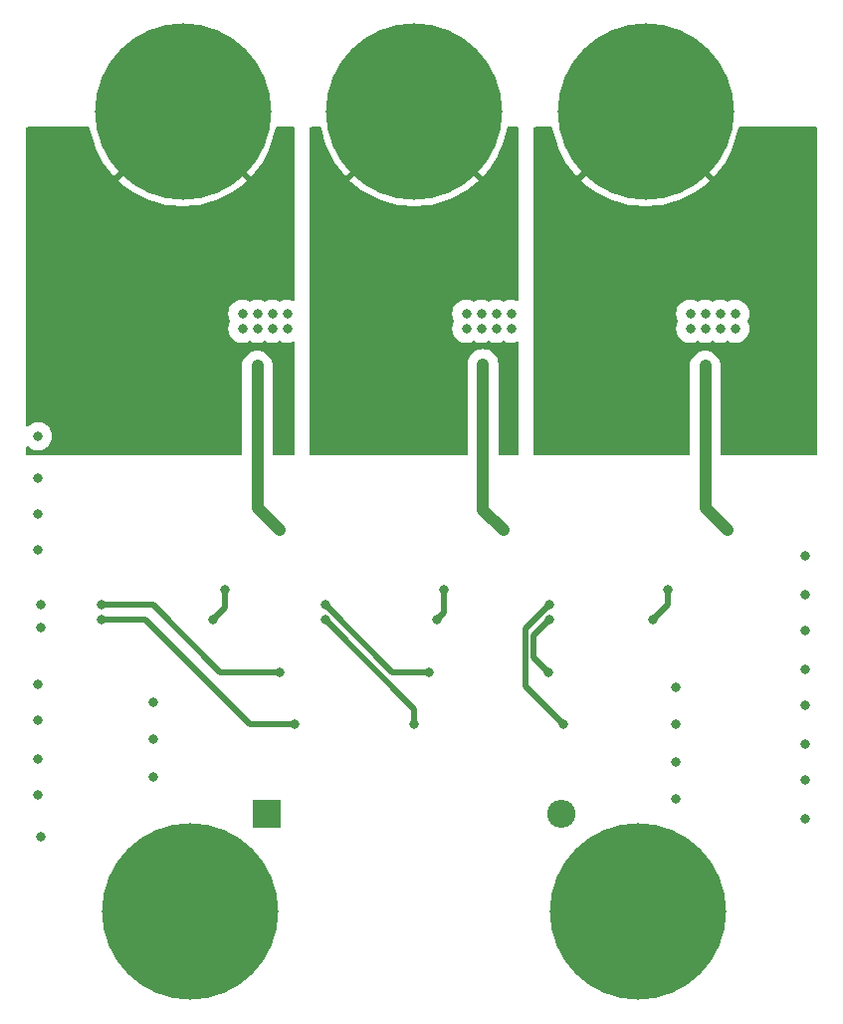
<source format=gbr>
%TF.GenerationSoftware,KiCad,Pcbnew,7.0.6*%
%TF.CreationDate,2023-10-19T15:55:55+03:00*%
%TF.ProjectId,_______ _____,21383b3e-3230-44f2-903f-3b3042302e6b,rev?*%
%TF.SameCoordinates,Original*%
%TF.FileFunction,Copper,L4,Inr*%
%TF.FilePolarity,Positive*%
%FSLAX46Y46*%
G04 Gerber Fmt 4.6, Leading zero omitted, Abs format (unit mm)*
G04 Created by KiCad (PCBNEW 7.0.6) date 2023-10-19 15:55:55*
%MOMM*%
%LPD*%
G01*
G04 APERTURE LIST*
%TA.AperFunction,ComponentPad*%
%ADD10C,15.000000*%
%TD*%
%TA.AperFunction,ComponentPad*%
%ADD11O,2.400000X2.400000*%
%TD*%
%TA.AperFunction,ComponentPad*%
%ADD12R,2.400000X2.400000*%
%TD*%
%TA.AperFunction,ViaPad*%
%ADD13C,0.800000*%
%TD*%
%TA.AperFunction,Conductor*%
%ADD14C,0.500000*%
%TD*%
%TA.AperFunction,Conductor*%
%ADD15C,1.000000*%
%TD*%
G04 APERTURE END LIST*
D10*
%TO.N,+24V*%
%TO.C,J1*%
X133350000Y-125730000D03*
%TD*%
%TO.N,GND*%
%TO.C,J2*%
X171450000Y-125730000D03*
%TD*%
%TO.N,C*%
%TO.C,J5*%
X172085000Y-57785000D03*
%TD*%
%TO.N,B*%
%TO.C,J4*%
X152400000Y-57785000D03*
%TD*%
%TO.N,A*%
%TO.C,J3*%
X132715000Y-57785000D03*
%TD*%
D11*
%TO.N,GND*%
%TO.C,C1*%
X164900000Y-117475000D03*
D12*
%TO.N,+24V*%
X139900000Y-117475000D03*
%TD*%
D13*
%TO.N,GND*%
X120396000Y-85344000D03*
X120396000Y-88900000D03*
X120396000Y-91948000D03*
X120396000Y-94996000D03*
X120396000Y-106426000D03*
X120396000Y-109474000D03*
X120396000Y-112776000D03*
X120396000Y-115824000D03*
X185674000Y-117856000D03*
X185674000Y-114554000D03*
X185674000Y-111506000D03*
X185674000Y-108204000D03*
X185674000Y-105156000D03*
X185674000Y-101854000D03*
X185674000Y-98806000D03*
X185674000Y-95504000D03*
X174625000Y-116205000D03*
X174625000Y-113030000D03*
X174625000Y-109855000D03*
X174625000Y-106680000D03*
X130175000Y-114300000D03*
X130175000Y-111125000D03*
X130175000Y-107950000D03*
X120650000Y-119380000D03*
X120650000Y-101600000D03*
X120650000Y-99695000D03*
%TO.N,HIN_C*%
X165100000Y-109855000D03*
%TO.N,LIN_C*%
X163830000Y-105410000D03*
%TO.N,HIN_B*%
X153670000Y-105410000D03*
%TO.N,LIN_B*%
X152400000Y-109855000D03*
%TO.N,LIN_A*%
X142240000Y-109855000D03*
%TO.N,HIN_A*%
X140970000Y-105410000D03*
%TO.N,GND*%
X175895000Y-74930000D03*
X175895000Y-76200000D03*
X178435000Y-76200000D03*
X179705000Y-74930000D03*
X178435000Y-74930000D03*
X177165000Y-74930000D03*
X179705000Y-76200000D03*
X177165000Y-76200000D03*
X156845000Y-74930000D03*
X156845000Y-76200000D03*
X159385000Y-76200000D03*
X160655000Y-74930000D03*
X159385000Y-74930000D03*
X158115000Y-74930000D03*
X160655000Y-76200000D03*
X158115000Y-76200000D03*
X137795000Y-76200000D03*
X139065000Y-76200000D03*
X140335000Y-76200000D03*
X141605000Y-76200000D03*
X141605000Y-74930000D03*
X140335000Y-74930000D03*
X139065000Y-74930000D03*
X137795000Y-74930000D03*
%TO.N,LIN_C*%
X163881676Y-100960775D03*
%TO.N,HIN_C*%
X163881676Y-99699225D03*
%TO.N,Net-(U3-VS)*%
X173990000Y-98425000D03*
X172720000Y-100965000D03*
%TO.N,LIN_B*%
X144831676Y-100960775D03*
%TO.N,HIN_B*%
X144831676Y-99699225D03*
%TO.N,LIN_A*%
X125781676Y-100960775D03*
%TO.N,HIN_A*%
X125781676Y-99699225D03*
%TO.N,Net-(U2-VS)*%
X154305000Y-100965000D03*
X154940000Y-98425000D03*
%TO.N,Net-(U1-VS)*%
X136292500Y-98425000D03*
X135255000Y-100965000D03*
%TO.N,G6*%
X179070000Y-93345000D03*
%TO.N,G4*%
X160020000Y-93345000D03*
%TO.N,G2*%
X140970000Y-93345000D03*
%TO.N,G6*%
X177165000Y-79375000D03*
%TO.N,G4*%
X158260000Y-79230000D03*
%TO.N,G2*%
X139065000Y-79375000D03*
%TD*%
D14*
%TO.N,HIN_B*%
X150542451Y-105410000D02*
X144831676Y-99699225D01*
X153670000Y-105410000D02*
X150542451Y-105410000D01*
%TO.N,LIN_A*%
X129535775Y-100960775D02*
X125781676Y-100960775D01*
X138430000Y-109855000D02*
X129535775Y-100960775D01*
X142240000Y-109855000D02*
X138430000Y-109855000D01*
%TO.N,HIN_A*%
X140970000Y-105410000D02*
X135890000Y-105410000D01*
X130179225Y-99699225D02*
X125781676Y-99699225D01*
X135890000Y-105410000D02*
X130179225Y-99699225D01*
%TO.N,LIN_B*%
X152400000Y-108529099D02*
X152400000Y-109855000D01*
X144831676Y-100960775D02*
X152400000Y-108529099D01*
%TO.N,HIN_C*%
X161860000Y-106615000D02*
X165100000Y-109855000D01*
X161860000Y-101720901D02*
X161860000Y-106615000D01*
X163881676Y-99699225D02*
X161860000Y-101720901D01*
%TO.N,LIN_C*%
X162560000Y-104140000D02*
X163830000Y-105410000D01*
X163881676Y-100960775D02*
X162560000Y-102282451D01*
X162560000Y-102282451D02*
X162560000Y-104140000D01*
%TO.N,Net-(U3-VS)*%
X173990000Y-99695000D02*
X172720000Y-100965000D01*
X173990000Y-98425000D02*
X173990000Y-99695000D01*
%TO.N,Net-(U2-VS)*%
X154940000Y-100330000D02*
X154305000Y-100965000D01*
X154940000Y-98425000D02*
X154940000Y-100330000D01*
%TO.N,Net-(U1-VS)*%
X136292500Y-98425000D02*
X136292500Y-99927500D01*
X136292500Y-99927500D02*
X135255000Y-100965000D01*
D15*
%TO.N,G6*%
X177165000Y-91440000D02*
X179070000Y-93345000D01*
X177165000Y-79375000D02*
X177165000Y-91440000D01*
%TO.N,G4*%
X158260000Y-91585000D02*
X160020000Y-93345000D01*
X158260000Y-79230000D02*
X158260000Y-91585000D01*
%TO.N,G2*%
X139065000Y-79375000D02*
X139065000Y-91440000D01*
X139065000Y-91440000D02*
X140970000Y-93345000D01*
%TD*%
%TA.AperFunction,Conductor*%
%TO.N,A*%
G36*
X124778514Y-59074685D02*
G01*
X124824269Y-59127489D01*
X124833591Y-59157468D01*
X124885050Y-59449307D01*
X124885050Y-59449306D01*
X125020221Y-59991448D01*
X125020221Y-59991449D01*
X125192878Y-60522833D01*
X125192878Y-60522832D01*
X125402181Y-61040874D01*
X125402182Y-61040875D01*
X125647112Y-61543059D01*
X125647113Y-61543059D01*
X125926483Y-62026943D01*
X125926483Y-62026944D01*
X126238922Y-62490151D01*
X126238921Y-62490151D01*
X126582905Y-62930431D01*
X126882870Y-63263575D01*
X130069640Y-60076805D01*
X130203842Y-60230176D01*
X130421991Y-60431561D01*
X127237146Y-63616406D01*
X127358687Y-63733778D01*
X127786699Y-64092923D01*
X127786700Y-64092923D01*
X128238739Y-64421349D01*
X128238738Y-64421348D01*
X128712563Y-64717427D01*
X128712563Y-64717426D01*
X129205890Y-64979734D01*
X129205889Y-64979733D01*
X129716324Y-65206993D01*
X130241360Y-65398090D01*
X130241361Y-65398090D01*
X130778439Y-65552095D01*
X131324972Y-65668265D01*
X131878270Y-65746025D01*
X131878271Y-65746025D01*
X132435632Y-65785000D01*
X132994368Y-65785000D01*
X133551729Y-65746025D01*
X133551730Y-65746025D01*
X134105028Y-65668265D01*
X134651561Y-65552095D01*
X135188639Y-65398090D01*
X135188640Y-65398090D01*
X135713676Y-65206993D01*
X136224111Y-64979733D01*
X136224110Y-64979734D01*
X136717437Y-64717426D01*
X136717437Y-64717427D01*
X137191262Y-64421348D01*
X137191261Y-64421349D01*
X137643300Y-64092923D01*
X137643301Y-64092923D01*
X138071305Y-63733785D01*
X138071305Y-63733784D01*
X138192853Y-63616405D01*
X135007361Y-60430913D01*
X135092461Y-60360360D01*
X135352736Y-60093061D01*
X135363237Y-60079684D01*
X138547128Y-63263575D01*
X138547129Y-63263575D01*
X138847095Y-62930431D01*
X139191079Y-62490151D01*
X139191078Y-62490151D01*
X139503517Y-62026944D01*
X139503517Y-62026943D01*
X139782887Y-61543059D01*
X139782888Y-61543059D01*
X140027818Y-61040875D01*
X140027819Y-61040874D01*
X140237122Y-60522832D01*
X140237122Y-60522833D01*
X140409779Y-59991449D01*
X140409779Y-59991448D01*
X140544950Y-59449306D01*
X140544950Y-59449307D01*
X140596409Y-59157468D01*
X140627436Y-59094865D01*
X140687383Y-59058974D01*
X140718525Y-59055000D01*
X142116000Y-59055000D01*
X142183039Y-59074685D01*
X142228794Y-59127489D01*
X142240000Y-59179000D01*
X142240000Y-73707545D01*
X142220315Y-73774584D01*
X142167511Y-73820339D01*
X142098353Y-73830283D01*
X142071207Y-73823172D01*
X142001543Y-73796184D01*
X141934940Y-73770382D01*
X141716243Y-73729500D01*
X141493757Y-73729500D01*
X141275060Y-73770382D01*
X141146106Y-73820339D01*
X141067601Y-73850752D01*
X141067598Y-73850753D01*
X141035276Y-73870766D01*
X140967915Y-73889320D01*
X140904724Y-73870766D01*
X140872401Y-73850753D01*
X140872398Y-73850752D01*
X140664940Y-73770382D01*
X140446243Y-73729500D01*
X140223757Y-73729500D01*
X140005060Y-73770382D01*
X139876106Y-73820339D01*
X139797601Y-73850752D01*
X139797598Y-73850753D01*
X139765276Y-73870766D01*
X139697915Y-73889320D01*
X139634724Y-73870766D01*
X139602401Y-73850753D01*
X139602398Y-73850752D01*
X139394940Y-73770382D01*
X139176243Y-73729500D01*
X138953757Y-73729500D01*
X138735060Y-73770382D01*
X138606106Y-73820339D01*
X138527601Y-73850752D01*
X138527598Y-73850753D01*
X138495276Y-73870766D01*
X138427915Y-73889320D01*
X138364724Y-73870766D01*
X138332401Y-73850753D01*
X138332398Y-73850752D01*
X138124940Y-73770382D01*
X137906243Y-73729500D01*
X137683757Y-73729500D01*
X137465060Y-73770382D01*
X137336106Y-73820339D01*
X137257601Y-73850752D01*
X137257595Y-73850754D01*
X137068439Y-73967874D01*
X137068437Y-73967876D01*
X136904020Y-74117761D01*
X136769943Y-74295308D01*
X136769938Y-74295316D01*
X136670775Y-74494461D01*
X136670769Y-74494476D01*
X136609885Y-74708462D01*
X136609884Y-74708464D01*
X136589357Y-74929999D01*
X136589357Y-74930000D01*
X136609884Y-75151535D01*
X136609885Y-75151537D01*
X136670769Y-75365523D01*
X136670775Y-75365538D01*
X136742574Y-75509728D01*
X136754835Y-75578514D01*
X136742574Y-75620272D01*
X136670775Y-75764461D01*
X136670769Y-75764476D01*
X136609885Y-75978462D01*
X136609884Y-75978464D01*
X136589357Y-76199999D01*
X136589357Y-76200000D01*
X136609884Y-76421535D01*
X136609885Y-76421537D01*
X136670769Y-76635523D01*
X136670775Y-76635538D01*
X136769938Y-76834683D01*
X136769943Y-76834691D01*
X136904020Y-77012238D01*
X137068437Y-77162123D01*
X137068439Y-77162125D01*
X137257595Y-77279245D01*
X137257596Y-77279245D01*
X137257599Y-77279247D01*
X137465060Y-77359618D01*
X137683757Y-77400500D01*
X137683759Y-77400500D01*
X137906241Y-77400500D01*
X137906243Y-77400500D01*
X138124940Y-77359618D01*
X138332401Y-77279247D01*
X138364721Y-77259234D01*
X138432081Y-77240678D01*
X138495279Y-77259235D01*
X138527595Y-77279245D01*
X138527599Y-77279247D01*
X138735060Y-77359618D01*
X138953757Y-77400500D01*
X138953759Y-77400500D01*
X139176241Y-77400500D01*
X139176243Y-77400500D01*
X139394940Y-77359618D01*
X139602401Y-77279247D01*
X139634721Y-77259234D01*
X139702081Y-77240678D01*
X139765279Y-77259235D01*
X139797595Y-77279245D01*
X139797599Y-77279247D01*
X140005060Y-77359618D01*
X140223757Y-77400500D01*
X140223759Y-77400500D01*
X140446241Y-77400500D01*
X140446243Y-77400500D01*
X140664940Y-77359618D01*
X140872401Y-77279247D01*
X140904721Y-77259234D01*
X140972081Y-77240678D01*
X141035279Y-77259235D01*
X141067595Y-77279245D01*
X141067599Y-77279247D01*
X141275060Y-77359618D01*
X141493757Y-77400500D01*
X141493759Y-77400500D01*
X141716241Y-77400500D01*
X141716243Y-77400500D01*
X141934940Y-77359618D01*
X142071206Y-77306827D01*
X142140829Y-77300965D01*
X142202569Y-77333675D01*
X142236824Y-77394571D01*
X142240000Y-77422454D01*
X142240000Y-86871000D01*
X142220315Y-86938039D01*
X142167511Y-86983794D01*
X142116000Y-86995000D01*
X140489500Y-86995000D01*
X140422461Y-86975315D01*
X140376706Y-86922511D01*
X140365500Y-86871000D01*
X140365500Y-79318216D01*
X140350635Y-79148312D01*
X140350635Y-79148308D01*
X140291739Y-78928504D01*
X140195568Y-78722266D01*
X140065047Y-78535861D01*
X140065045Y-78535858D01*
X139904141Y-78374954D01*
X139717734Y-78244432D01*
X139717732Y-78244431D01*
X139511497Y-78148261D01*
X139511488Y-78148258D01*
X139291697Y-78089366D01*
X139291693Y-78089365D01*
X139291692Y-78089365D01*
X139291691Y-78089364D01*
X139291686Y-78089364D01*
X139065002Y-78069532D01*
X139064998Y-78069532D01*
X138838313Y-78089364D01*
X138838302Y-78089366D01*
X138618511Y-78148258D01*
X138618502Y-78148261D01*
X138412267Y-78244431D01*
X138412265Y-78244432D01*
X138225858Y-78374954D01*
X138064954Y-78535858D01*
X137934432Y-78722265D01*
X137934431Y-78722267D01*
X137838261Y-78928502D01*
X137838258Y-78928511D01*
X137779366Y-79148302D01*
X137779364Y-79148312D01*
X137764500Y-79318216D01*
X137764500Y-86871000D01*
X137744815Y-86938039D01*
X137692011Y-86983794D01*
X137640500Y-86995000D01*
X135890000Y-86995000D01*
X119504000Y-86995000D01*
X119436961Y-86975315D01*
X119391206Y-86922511D01*
X119380000Y-86871000D01*
X119380000Y-86323095D01*
X119399683Y-86256060D01*
X119452487Y-86210305D01*
X119521646Y-86200361D01*
X119585202Y-86229386D01*
X119587537Y-86231462D01*
X119669437Y-86306123D01*
X119669439Y-86306125D01*
X119858595Y-86423245D01*
X119858596Y-86423245D01*
X119858599Y-86423247D01*
X120066060Y-86503618D01*
X120284757Y-86544500D01*
X120284759Y-86544500D01*
X120507241Y-86544500D01*
X120507243Y-86544500D01*
X120725940Y-86503618D01*
X120933401Y-86423247D01*
X121122562Y-86306124D01*
X121286981Y-86156236D01*
X121421058Y-85978689D01*
X121520229Y-85779528D01*
X121581115Y-85565536D01*
X121601643Y-85344000D01*
X121581115Y-85122464D01*
X121520229Y-84908472D01*
X121520224Y-84908461D01*
X121421061Y-84709316D01*
X121421056Y-84709308D01*
X121286979Y-84531761D01*
X121122562Y-84381876D01*
X121122560Y-84381874D01*
X120933404Y-84264754D01*
X120933398Y-84264752D01*
X120725940Y-84184382D01*
X120507243Y-84143500D01*
X120284757Y-84143500D01*
X120066060Y-84184382D01*
X119934864Y-84235207D01*
X119858601Y-84264752D01*
X119858595Y-84264754D01*
X119669439Y-84381874D01*
X119669437Y-84381876D01*
X119587538Y-84456537D01*
X119524734Y-84487154D01*
X119455347Y-84478956D01*
X119401407Y-84434546D01*
X119380039Y-84368024D01*
X119380000Y-84364900D01*
X119380000Y-59179000D01*
X119399685Y-59111961D01*
X119452489Y-59066206D01*
X119504000Y-59055000D01*
X124711475Y-59055000D01*
X124778514Y-59074685D01*
G37*
%TD.AperFunction*%
%TD*%
%TA.AperFunction,Conductor*%
%TO.N,B*%
G36*
X144463514Y-59074685D02*
G01*
X144509269Y-59127489D01*
X144518591Y-59157468D01*
X144570050Y-59449307D01*
X144570050Y-59449306D01*
X144705221Y-59991448D01*
X144705221Y-59991449D01*
X144877878Y-60522833D01*
X144877878Y-60522832D01*
X145087181Y-61040874D01*
X145087182Y-61040875D01*
X145332112Y-61543059D01*
X145332113Y-61543059D01*
X145611483Y-62026943D01*
X145611483Y-62026944D01*
X145923922Y-62490151D01*
X145923921Y-62490151D01*
X146267905Y-62930431D01*
X146567870Y-63263575D01*
X149754640Y-60076805D01*
X149888842Y-60230176D01*
X150106991Y-60431561D01*
X146922146Y-63616406D01*
X147043687Y-63733778D01*
X147471699Y-64092923D01*
X147471700Y-64092923D01*
X147923739Y-64421349D01*
X147923738Y-64421348D01*
X148397563Y-64717427D01*
X148397563Y-64717426D01*
X148890890Y-64979734D01*
X148890889Y-64979733D01*
X149401324Y-65206993D01*
X149926360Y-65398090D01*
X149926361Y-65398090D01*
X150463439Y-65552095D01*
X151009972Y-65668265D01*
X151563270Y-65746025D01*
X151563271Y-65746025D01*
X152120632Y-65785000D01*
X152679368Y-65785000D01*
X153236729Y-65746025D01*
X153236730Y-65746025D01*
X153790028Y-65668265D01*
X154336561Y-65552095D01*
X154873639Y-65398090D01*
X154873640Y-65398090D01*
X155398676Y-65206993D01*
X155909111Y-64979733D01*
X155909110Y-64979734D01*
X156402437Y-64717426D01*
X156402437Y-64717427D01*
X156876262Y-64421348D01*
X156876261Y-64421349D01*
X157328300Y-64092923D01*
X157328301Y-64092923D01*
X157756305Y-63733785D01*
X157756305Y-63733784D01*
X157877853Y-63616405D01*
X154692361Y-60430913D01*
X154777461Y-60360360D01*
X155037736Y-60093061D01*
X155048237Y-60079684D01*
X158232128Y-63263575D01*
X158232129Y-63263575D01*
X158532095Y-62930431D01*
X158876079Y-62490151D01*
X158876078Y-62490151D01*
X159188517Y-62026944D01*
X159188517Y-62026943D01*
X159467887Y-61543059D01*
X159467888Y-61543059D01*
X159712818Y-61040875D01*
X159712819Y-61040874D01*
X159922122Y-60522832D01*
X159922122Y-60522833D01*
X160094779Y-59991449D01*
X160094779Y-59991448D01*
X160229950Y-59449306D01*
X160229950Y-59449307D01*
X160281409Y-59157468D01*
X160312436Y-59094865D01*
X160372383Y-59058974D01*
X160403525Y-59055000D01*
X161166000Y-59055000D01*
X161233039Y-59074685D01*
X161278794Y-59127489D01*
X161290000Y-59179000D01*
X161290000Y-73707545D01*
X161270315Y-73774584D01*
X161217511Y-73820339D01*
X161148353Y-73830283D01*
X161121207Y-73823172D01*
X161051543Y-73796184D01*
X160984940Y-73770382D01*
X160766243Y-73729500D01*
X160543757Y-73729500D01*
X160325060Y-73770382D01*
X160196106Y-73820339D01*
X160117601Y-73850752D01*
X160117598Y-73850753D01*
X160085276Y-73870766D01*
X160017915Y-73889320D01*
X159954724Y-73870766D01*
X159922401Y-73850753D01*
X159922398Y-73850752D01*
X159714940Y-73770382D01*
X159496243Y-73729500D01*
X159273757Y-73729500D01*
X159055060Y-73770382D01*
X158926106Y-73820339D01*
X158847601Y-73850752D01*
X158847598Y-73850753D01*
X158815276Y-73870766D01*
X158747915Y-73889320D01*
X158684724Y-73870766D01*
X158652401Y-73850753D01*
X158652398Y-73850752D01*
X158444940Y-73770382D01*
X158226243Y-73729500D01*
X158003757Y-73729500D01*
X157785060Y-73770382D01*
X157656106Y-73820339D01*
X157577601Y-73850752D01*
X157577598Y-73850753D01*
X157545276Y-73870766D01*
X157477915Y-73889320D01*
X157414724Y-73870766D01*
X157382401Y-73850753D01*
X157382398Y-73850752D01*
X157174940Y-73770382D01*
X156956243Y-73729500D01*
X156733757Y-73729500D01*
X156515060Y-73770382D01*
X156386106Y-73820339D01*
X156307601Y-73850752D01*
X156307595Y-73850754D01*
X156118439Y-73967874D01*
X156118437Y-73967876D01*
X155954020Y-74117761D01*
X155819943Y-74295308D01*
X155819938Y-74295316D01*
X155720775Y-74494461D01*
X155720769Y-74494476D01*
X155659885Y-74708462D01*
X155659884Y-74708464D01*
X155639356Y-74929999D01*
X155639356Y-74930000D01*
X155659884Y-75151535D01*
X155659885Y-75151537D01*
X155720769Y-75365523D01*
X155720775Y-75365538D01*
X155792574Y-75509728D01*
X155804835Y-75578514D01*
X155792574Y-75620272D01*
X155720775Y-75764461D01*
X155720769Y-75764476D01*
X155659885Y-75978462D01*
X155659884Y-75978464D01*
X155639356Y-76199999D01*
X155639356Y-76200000D01*
X155659884Y-76421535D01*
X155659885Y-76421537D01*
X155720769Y-76635523D01*
X155720775Y-76635538D01*
X155819938Y-76834683D01*
X155819943Y-76834691D01*
X155954020Y-77012238D01*
X156118437Y-77162123D01*
X156118439Y-77162125D01*
X156307595Y-77279245D01*
X156307596Y-77279245D01*
X156307599Y-77279247D01*
X156515060Y-77359618D01*
X156733757Y-77400500D01*
X156733759Y-77400500D01*
X156956241Y-77400500D01*
X156956243Y-77400500D01*
X157174940Y-77359618D01*
X157382401Y-77279247D01*
X157414721Y-77259234D01*
X157482081Y-77240678D01*
X157545279Y-77259235D01*
X157577595Y-77279245D01*
X157577599Y-77279247D01*
X157785060Y-77359618D01*
X158003757Y-77400500D01*
X158003759Y-77400500D01*
X158226241Y-77400500D01*
X158226243Y-77400500D01*
X158444940Y-77359618D01*
X158652401Y-77279247D01*
X158684721Y-77259234D01*
X158752081Y-77240678D01*
X158815279Y-77259235D01*
X158847595Y-77279245D01*
X158847599Y-77279247D01*
X159055060Y-77359618D01*
X159273757Y-77400500D01*
X159273759Y-77400500D01*
X159496241Y-77400500D01*
X159496243Y-77400500D01*
X159714940Y-77359618D01*
X159922401Y-77279247D01*
X159954721Y-77259234D01*
X160022081Y-77240678D01*
X160085279Y-77259235D01*
X160117595Y-77279245D01*
X160117599Y-77279247D01*
X160325060Y-77359618D01*
X160543757Y-77400500D01*
X160543759Y-77400500D01*
X160766241Y-77400500D01*
X160766243Y-77400500D01*
X160984940Y-77359618D01*
X161121206Y-77306827D01*
X161190829Y-77300965D01*
X161252569Y-77333675D01*
X161286824Y-77394571D01*
X161290000Y-77422454D01*
X161290000Y-86871000D01*
X161270315Y-86938039D01*
X161217511Y-86983794D01*
X161166000Y-86995000D01*
X159684500Y-86995000D01*
X159617461Y-86975315D01*
X159571706Y-86922511D01*
X159560500Y-86871000D01*
X159560500Y-79173216D01*
X159545635Y-79003312D01*
X159545635Y-79003308D01*
X159486739Y-78783504D01*
X159390568Y-78577266D01*
X159260047Y-78390861D01*
X159260045Y-78390858D01*
X159099141Y-78229954D01*
X158912734Y-78099432D01*
X158912732Y-78099431D01*
X158706497Y-78003261D01*
X158706488Y-78003258D01*
X158486697Y-77944366D01*
X158486693Y-77944365D01*
X158486692Y-77944365D01*
X158486691Y-77944364D01*
X158486686Y-77944364D01*
X158260002Y-77924532D01*
X158259998Y-77924532D01*
X158033313Y-77944364D01*
X158033302Y-77944366D01*
X157813511Y-78003258D01*
X157813502Y-78003261D01*
X157607267Y-78099431D01*
X157607265Y-78099432D01*
X157420858Y-78229954D01*
X157259954Y-78390858D01*
X157129432Y-78577265D01*
X157129431Y-78577267D01*
X157033261Y-78783502D01*
X157033258Y-78783511D01*
X156974366Y-79003302D01*
X156974364Y-79003312D01*
X156959500Y-79173216D01*
X156959500Y-86871000D01*
X156939815Y-86938039D01*
X156887011Y-86983794D01*
X156835500Y-86995000D01*
X154940000Y-86995000D01*
X143634000Y-86995000D01*
X143566961Y-86975315D01*
X143521206Y-86922511D01*
X143510000Y-86871000D01*
X143510000Y-59179000D01*
X143529685Y-59111961D01*
X143582489Y-59066206D01*
X143634000Y-59055000D01*
X144396475Y-59055000D01*
X144463514Y-59074685D01*
G37*
%TD.AperFunction*%
%TD*%
%TA.AperFunction,Conductor*%
%TO.N,C*%
G36*
X164148514Y-59074685D02*
G01*
X164194269Y-59127489D01*
X164203591Y-59157468D01*
X164255050Y-59449307D01*
X164255050Y-59449306D01*
X164390221Y-59991448D01*
X164390221Y-59991449D01*
X164562878Y-60522833D01*
X164562878Y-60522832D01*
X164772181Y-61040874D01*
X164772182Y-61040875D01*
X165017112Y-61543059D01*
X165017113Y-61543059D01*
X165296483Y-62026943D01*
X165296483Y-62026944D01*
X165608922Y-62490151D01*
X165608921Y-62490151D01*
X165952905Y-62930431D01*
X166252870Y-63263575D01*
X169439640Y-60076805D01*
X169573842Y-60230176D01*
X169791991Y-60431561D01*
X166607146Y-63616406D01*
X166728687Y-63733778D01*
X167156699Y-64092923D01*
X167156700Y-64092923D01*
X167608739Y-64421349D01*
X167608738Y-64421348D01*
X168082563Y-64717427D01*
X168082563Y-64717426D01*
X168575890Y-64979734D01*
X168575889Y-64979733D01*
X169086324Y-65206993D01*
X169611360Y-65398090D01*
X169611361Y-65398090D01*
X170148439Y-65552095D01*
X170694972Y-65668265D01*
X171248270Y-65746025D01*
X171248271Y-65746025D01*
X171805632Y-65785000D01*
X172364368Y-65785000D01*
X172921729Y-65746025D01*
X172921730Y-65746025D01*
X173475028Y-65668265D01*
X174021561Y-65552095D01*
X174558639Y-65398090D01*
X174558640Y-65398090D01*
X175083676Y-65206993D01*
X175594111Y-64979733D01*
X175594110Y-64979734D01*
X176087437Y-64717426D01*
X176087437Y-64717427D01*
X176561262Y-64421348D01*
X176561261Y-64421349D01*
X177013300Y-64092923D01*
X177013301Y-64092923D01*
X177441305Y-63733785D01*
X177441305Y-63733784D01*
X177562853Y-63616405D01*
X174377361Y-60430913D01*
X174462461Y-60360360D01*
X174722736Y-60093061D01*
X174733237Y-60079684D01*
X177917128Y-63263575D01*
X177917129Y-63263575D01*
X178217095Y-62930431D01*
X178561079Y-62490151D01*
X178561078Y-62490151D01*
X178873517Y-62026944D01*
X178873517Y-62026943D01*
X179152887Y-61543059D01*
X179152888Y-61543059D01*
X179397818Y-61040875D01*
X179397819Y-61040874D01*
X179607122Y-60522832D01*
X179607122Y-60522833D01*
X179779779Y-59991449D01*
X179779779Y-59991448D01*
X179914950Y-59449306D01*
X179914950Y-59449307D01*
X179966409Y-59157468D01*
X179997436Y-59094865D01*
X180057383Y-59058974D01*
X180088525Y-59055000D01*
X186566000Y-59055000D01*
X186633039Y-59074685D01*
X186678794Y-59127489D01*
X186690000Y-59179000D01*
X186690000Y-86871000D01*
X186670315Y-86938039D01*
X186617511Y-86983794D01*
X186566000Y-86995000D01*
X178589500Y-86995000D01*
X178522461Y-86975315D01*
X178476706Y-86922511D01*
X178465500Y-86871000D01*
X178465500Y-79318216D01*
X178450635Y-79148312D01*
X178450635Y-79148308D01*
X178391739Y-78928504D01*
X178295568Y-78722266D01*
X178165047Y-78535861D01*
X178165045Y-78535858D01*
X178004141Y-78374954D01*
X177817734Y-78244432D01*
X177817732Y-78244431D01*
X177611497Y-78148261D01*
X177611488Y-78148258D01*
X177391697Y-78089366D01*
X177391693Y-78089365D01*
X177391692Y-78089365D01*
X177391691Y-78089364D01*
X177391686Y-78089364D01*
X177165002Y-78069532D01*
X177164998Y-78069532D01*
X176938313Y-78089364D01*
X176938302Y-78089366D01*
X176718511Y-78148258D01*
X176718502Y-78148261D01*
X176512267Y-78244431D01*
X176512265Y-78244432D01*
X176325858Y-78374954D01*
X176164954Y-78535858D01*
X176034432Y-78722265D01*
X176034431Y-78722267D01*
X175938261Y-78928502D01*
X175938258Y-78928511D01*
X175879366Y-79148302D01*
X175879364Y-79148312D01*
X175864500Y-79318216D01*
X175864500Y-86871000D01*
X175844815Y-86938039D01*
X175792011Y-86983794D01*
X175740500Y-86995000D01*
X173990000Y-86995000D01*
X162684000Y-86995000D01*
X162616961Y-86975315D01*
X162571206Y-86922511D01*
X162560000Y-86871000D01*
X162560000Y-76200000D01*
X174689356Y-76200000D01*
X174709884Y-76421535D01*
X174709885Y-76421537D01*
X174770769Y-76635523D01*
X174770775Y-76635538D01*
X174869938Y-76834683D01*
X174869943Y-76834691D01*
X175004020Y-77012238D01*
X175168437Y-77162123D01*
X175168439Y-77162125D01*
X175357595Y-77279245D01*
X175357596Y-77279245D01*
X175357599Y-77279247D01*
X175565060Y-77359618D01*
X175783757Y-77400500D01*
X175783759Y-77400500D01*
X176006241Y-77400500D01*
X176006243Y-77400500D01*
X176224940Y-77359618D01*
X176432401Y-77279247D01*
X176464721Y-77259234D01*
X176532081Y-77240678D01*
X176595279Y-77259235D01*
X176627595Y-77279245D01*
X176627599Y-77279247D01*
X176835060Y-77359618D01*
X177053757Y-77400500D01*
X177053759Y-77400500D01*
X177276241Y-77400500D01*
X177276243Y-77400500D01*
X177494940Y-77359618D01*
X177702401Y-77279247D01*
X177734721Y-77259234D01*
X177802081Y-77240678D01*
X177865279Y-77259235D01*
X177897595Y-77279245D01*
X177897599Y-77279247D01*
X178105060Y-77359618D01*
X178323757Y-77400500D01*
X178323759Y-77400500D01*
X178546241Y-77400500D01*
X178546243Y-77400500D01*
X178764940Y-77359618D01*
X178972401Y-77279247D01*
X179004721Y-77259234D01*
X179072081Y-77240678D01*
X179135279Y-77259235D01*
X179167595Y-77279245D01*
X179167599Y-77279247D01*
X179375060Y-77359618D01*
X179593757Y-77400500D01*
X179593759Y-77400500D01*
X179816241Y-77400500D01*
X179816243Y-77400500D01*
X180034940Y-77359618D01*
X180242401Y-77279247D01*
X180431562Y-77162124D01*
X180595981Y-77012236D01*
X180730058Y-76834689D01*
X180829229Y-76635528D01*
X180890115Y-76421536D01*
X180910643Y-76200000D01*
X180890115Y-75978464D01*
X180829229Y-75764472D01*
X180757425Y-75620271D01*
X180745164Y-75551486D01*
X180757422Y-75509733D01*
X180829229Y-75365528D01*
X180890115Y-75151536D01*
X180910643Y-74930000D01*
X180890115Y-74708464D01*
X180829229Y-74494472D01*
X180829224Y-74494461D01*
X180730061Y-74295316D01*
X180730056Y-74295308D01*
X180595979Y-74117761D01*
X180431562Y-73967876D01*
X180431560Y-73967874D01*
X180242404Y-73850754D01*
X180242398Y-73850752D01*
X180034940Y-73770382D01*
X179816243Y-73729500D01*
X179593757Y-73729500D01*
X179375060Y-73770382D01*
X179243864Y-73821207D01*
X179167601Y-73850752D01*
X179167598Y-73850753D01*
X179135276Y-73870766D01*
X179067915Y-73889320D01*
X179004724Y-73870766D01*
X178972401Y-73850753D01*
X178972398Y-73850752D01*
X178764940Y-73770382D01*
X178546243Y-73729500D01*
X178323757Y-73729500D01*
X178105060Y-73770382D01*
X177973864Y-73821207D01*
X177897601Y-73850752D01*
X177897598Y-73850753D01*
X177865276Y-73870766D01*
X177797915Y-73889320D01*
X177734724Y-73870766D01*
X177702401Y-73850753D01*
X177702398Y-73850752D01*
X177494940Y-73770382D01*
X177276243Y-73729500D01*
X177053757Y-73729500D01*
X176835060Y-73770382D01*
X176703864Y-73821207D01*
X176627601Y-73850752D01*
X176627598Y-73850753D01*
X176595276Y-73870766D01*
X176527915Y-73889320D01*
X176464724Y-73870766D01*
X176432401Y-73850753D01*
X176432398Y-73850752D01*
X176224940Y-73770382D01*
X176006243Y-73729500D01*
X175783757Y-73729500D01*
X175565060Y-73770382D01*
X175433864Y-73821207D01*
X175357601Y-73850752D01*
X175357595Y-73850754D01*
X175168439Y-73967874D01*
X175168437Y-73967876D01*
X175004020Y-74117761D01*
X174869943Y-74295308D01*
X174869938Y-74295316D01*
X174770775Y-74494461D01*
X174770769Y-74494476D01*
X174709885Y-74708462D01*
X174709884Y-74708464D01*
X174689356Y-74929999D01*
X174689356Y-74930000D01*
X174709884Y-75151535D01*
X174709885Y-75151537D01*
X174770769Y-75365523D01*
X174770775Y-75365538D01*
X174842574Y-75509728D01*
X174854835Y-75578514D01*
X174842574Y-75620272D01*
X174770775Y-75764461D01*
X174770769Y-75764476D01*
X174709885Y-75978462D01*
X174709884Y-75978464D01*
X174689356Y-76199999D01*
X174689356Y-76200000D01*
X162560000Y-76200000D01*
X162560000Y-59179000D01*
X162579685Y-59111961D01*
X162632489Y-59066206D01*
X162684000Y-59055000D01*
X164081475Y-59055000D01*
X164148514Y-59074685D01*
G37*
%TD.AperFunction*%
%TD*%
M02*

</source>
